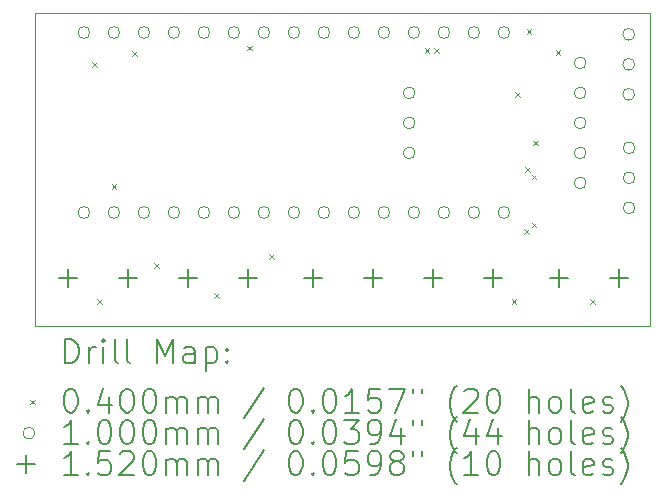
<source format=gbr>
%FSLAX45Y45*%
G04 Gerber Fmt 4.5, Leading zero omitted, Abs format (unit mm)*
G04 Created by KiCad (PCBNEW (6.0.0)) date 2022-10-01 22:30:49*
%MOMM*%
%LPD*%
G01*
G04 APERTURE LIST*
%TA.AperFunction,Profile*%
%ADD10C,0.100000*%
%TD*%
%ADD11C,0.200000*%
%ADD12C,0.040000*%
%ADD13C,0.100000*%
%ADD14C,0.152000*%
G04 APERTURE END LIST*
D10*
X11821335Y-7147730D02*
X17028335Y-7147730D01*
X17028335Y-7147730D02*
X17028335Y-4495970D01*
X17028335Y-4495970D02*
X11821335Y-4495970D01*
X11821335Y-4495970D02*
X11821335Y-7147730D01*
D11*
D12*
X12304255Y-4917930D02*
X12344255Y-4957930D01*
X12344255Y-4917930D02*
X12304255Y-4957930D01*
X12344895Y-6919450D02*
X12384895Y-6959450D01*
X12384895Y-6919450D02*
X12344895Y-6959450D01*
X12466815Y-5949170D02*
X12506815Y-5989170D01*
X12506815Y-5949170D02*
X12466815Y-5989170D01*
X12639535Y-4821410D02*
X12679535Y-4861410D01*
X12679535Y-4821410D02*
X12639535Y-4861410D01*
X12827495Y-6619730D02*
X12867495Y-6659730D01*
X12867495Y-6619730D02*
X12827495Y-6659730D01*
X13335495Y-6873730D02*
X13375495Y-6913730D01*
X13375495Y-6873730D02*
X13335495Y-6913730D01*
X13614895Y-4775690D02*
X13654895Y-4815690D01*
X13654895Y-4775690D02*
X13614895Y-4815690D01*
X13802855Y-6543530D02*
X13842855Y-6583530D01*
X13842855Y-6543530D02*
X13802855Y-6583530D01*
X15118575Y-4796010D02*
X15158575Y-4836010D01*
X15158575Y-4796010D02*
X15118575Y-4836010D01*
X15199855Y-4796010D02*
X15239855Y-4836010D01*
X15239855Y-4796010D02*
X15199855Y-4836010D01*
X15855175Y-6924530D02*
X15895175Y-6964530D01*
X15895175Y-6924530D02*
X15855175Y-6964530D01*
X15885655Y-5166850D02*
X15925655Y-5206850D01*
X15925655Y-5166850D02*
X15885655Y-5206850D01*
X15961855Y-6330170D02*
X16001855Y-6370170D01*
X16001855Y-6330170D02*
X15961855Y-6370170D01*
X15966935Y-5801850D02*
X16006935Y-5841850D01*
X16006935Y-5801850D02*
X15966935Y-5841850D01*
X15982175Y-4633450D02*
X16022175Y-4673450D01*
X16022175Y-4633450D02*
X15982175Y-4673450D01*
X16022815Y-5867890D02*
X16062815Y-5907890D01*
X16062815Y-5867890D02*
X16022815Y-5907890D01*
X16022815Y-6274290D02*
X16062815Y-6314290D01*
X16062815Y-6274290D02*
X16022815Y-6314290D01*
X16038055Y-5579740D02*
X16078055Y-5619740D01*
X16078055Y-5579740D02*
X16038055Y-5619740D01*
X16226015Y-4816330D02*
X16266015Y-4856330D01*
X16266015Y-4816330D02*
X16226015Y-4856330D01*
X16520655Y-6919450D02*
X16560655Y-6959450D01*
X16560655Y-6919450D02*
X16520655Y-6959450D01*
D13*
X12282815Y-4664610D02*
G75*
G03*
X12282815Y-4664610I-50000J0D01*
G01*
X12282815Y-6188610D02*
G75*
G03*
X12282815Y-6188610I-50000J0D01*
G01*
X12536815Y-4664610D02*
G75*
G03*
X12536815Y-4664610I-50000J0D01*
G01*
X12536815Y-6188610D02*
G75*
G03*
X12536815Y-6188610I-50000J0D01*
G01*
X12790815Y-4664610D02*
G75*
G03*
X12790815Y-4664610I-50000J0D01*
G01*
X12790815Y-6188610D02*
G75*
G03*
X12790815Y-6188610I-50000J0D01*
G01*
X13044815Y-4664610D02*
G75*
G03*
X13044815Y-4664610I-50000J0D01*
G01*
X13044815Y-6188610D02*
G75*
G03*
X13044815Y-6188610I-50000J0D01*
G01*
X13298815Y-4664610D02*
G75*
G03*
X13298815Y-4664610I-50000J0D01*
G01*
X13298815Y-6188610D02*
G75*
G03*
X13298815Y-6188610I-50000J0D01*
G01*
X13552815Y-4664610D02*
G75*
G03*
X13552815Y-4664610I-50000J0D01*
G01*
X13552815Y-6188610D02*
G75*
G03*
X13552815Y-6188610I-50000J0D01*
G01*
X13806815Y-4664610D02*
G75*
G03*
X13806815Y-4664610I-50000J0D01*
G01*
X13806815Y-6188610D02*
G75*
G03*
X13806815Y-6188610I-50000J0D01*
G01*
X14060815Y-4664610D02*
G75*
G03*
X14060815Y-4664610I-50000J0D01*
G01*
X14060815Y-6188610D02*
G75*
G03*
X14060815Y-6188610I-50000J0D01*
G01*
X14314815Y-4664610D02*
G75*
G03*
X14314815Y-4664610I-50000J0D01*
G01*
X14314815Y-6188610D02*
G75*
G03*
X14314815Y-6188610I-50000J0D01*
G01*
X14568815Y-4664610D02*
G75*
G03*
X14568815Y-4664610I-50000J0D01*
G01*
X14568815Y-6188610D02*
G75*
G03*
X14568815Y-6188610I-50000J0D01*
G01*
X14822815Y-4664610D02*
G75*
G03*
X14822815Y-4664610I-50000J0D01*
G01*
X14822815Y-6188610D02*
G75*
G03*
X14822815Y-6188610I-50000J0D01*
G01*
X15036175Y-5176690D02*
G75*
G03*
X15036175Y-5176690I-50000J0D01*
G01*
X15036175Y-5430690D02*
G75*
G03*
X15036175Y-5430690I-50000J0D01*
G01*
X15036175Y-5684690D02*
G75*
G03*
X15036175Y-5684690I-50000J0D01*
G01*
X15076815Y-4664610D02*
G75*
G03*
X15076815Y-4664610I-50000J0D01*
G01*
X15076815Y-6188610D02*
G75*
G03*
X15076815Y-6188610I-50000J0D01*
G01*
X15330815Y-4664610D02*
G75*
G03*
X15330815Y-4664610I-50000J0D01*
G01*
X15330815Y-6188610D02*
G75*
G03*
X15330815Y-6188610I-50000J0D01*
G01*
X15584815Y-4664610D02*
G75*
G03*
X15584815Y-4664610I-50000J0D01*
G01*
X15584815Y-6188610D02*
G75*
G03*
X15584815Y-6188610I-50000J0D01*
G01*
X15838815Y-4664610D02*
G75*
G03*
X15838815Y-4664610I-50000J0D01*
G01*
X15838815Y-6188610D02*
G75*
G03*
X15838815Y-6188610I-50000J0D01*
G01*
X16483975Y-4922690D02*
G75*
G03*
X16483975Y-4922690I-50000J0D01*
G01*
X16483975Y-5176690D02*
G75*
G03*
X16483975Y-5176690I-50000J0D01*
G01*
X16483975Y-5430690D02*
G75*
G03*
X16483975Y-5430690I-50000J0D01*
G01*
X16483975Y-5684690D02*
G75*
G03*
X16483975Y-5684690I-50000J0D01*
G01*
X16483975Y-5938690D02*
G75*
G03*
X16483975Y-5938690I-50000J0D01*
G01*
X16895455Y-4680350D02*
G75*
G03*
X16895455Y-4680350I-50000J0D01*
G01*
X16895455Y-4934350D02*
G75*
G03*
X16895455Y-4934350I-50000J0D01*
G01*
X16895455Y-5188350D02*
G75*
G03*
X16895455Y-5188350I-50000J0D01*
G01*
X16897955Y-5642550D02*
G75*
G03*
X16897955Y-5642550I-50000J0D01*
G01*
X16897955Y-5896550D02*
G75*
G03*
X16897955Y-5896550I-50000J0D01*
G01*
X16897955Y-6150550D02*
G75*
G03*
X16897955Y-6150550I-50000J0D01*
G01*
D14*
X12095655Y-6670410D02*
X12095655Y-6822410D01*
X12019655Y-6746410D02*
X12171655Y-6746410D01*
X12603655Y-6670410D02*
X12603655Y-6822410D01*
X12527655Y-6746410D02*
X12679655Y-6746410D01*
X13111655Y-6670410D02*
X13111655Y-6822410D01*
X13035655Y-6746410D02*
X13187655Y-6746410D01*
X13619655Y-6670410D02*
X13619655Y-6822410D01*
X13543655Y-6746410D02*
X13695655Y-6746410D01*
X14173375Y-6670410D02*
X14173375Y-6822410D01*
X14097375Y-6746410D02*
X14249375Y-6746410D01*
X14681375Y-6670410D02*
X14681375Y-6822410D01*
X14605375Y-6746410D02*
X14757375Y-6746410D01*
X15189375Y-6670410D02*
X15189375Y-6822410D01*
X15113375Y-6746410D02*
X15265375Y-6746410D01*
X15697375Y-6670410D02*
X15697375Y-6822410D01*
X15621375Y-6746410D02*
X15773375Y-6746410D01*
X16251095Y-6670410D02*
X16251095Y-6822410D01*
X16175095Y-6746410D02*
X16327095Y-6746410D01*
X16759095Y-6670410D02*
X16759095Y-6822410D01*
X16683095Y-6746410D02*
X16835095Y-6746410D01*
D11*
X12073954Y-7463206D02*
X12073954Y-7263206D01*
X12121573Y-7263206D01*
X12150145Y-7272730D01*
X12169192Y-7291778D01*
X12178716Y-7310826D01*
X12188240Y-7348921D01*
X12188240Y-7377492D01*
X12178716Y-7415587D01*
X12169192Y-7434635D01*
X12150145Y-7453683D01*
X12121573Y-7463206D01*
X12073954Y-7463206D01*
X12273954Y-7463206D02*
X12273954Y-7329873D01*
X12273954Y-7367968D02*
X12283478Y-7348921D01*
X12293002Y-7339397D01*
X12312050Y-7329873D01*
X12331097Y-7329873D01*
X12397764Y-7463206D02*
X12397764Y-7329873D01*
X12397764Y-7263206D02*
X12388240Y-7272730D01*
X12397764Y-7282254D01*
X12407288Y-7272730D01*
X12397764Y-7263206D01*
X12397764Y-7282254D01*
X12521573Y-7463206D02*
X12502526Y-7453683D01*
X12493002Y-7434635D01*
X12493002Y-7263206D01*
X12626335Y-7463206D02*
X12607288Y-7453683D01*
X12597764Y-7434635D01*
X12597764Y-7263206D01*
X12854907Y-7463206D02*
X12854907Y-7263206D01*
X12921573Y-7406064D01*
X12988240Y-7263206D01*
X12988240Y-7463206D01*
X13169192Y-7463206D02*
X13169192Y-7358445D01*
X13159669Y-7339397D01*
X13140621Y-7329873D01*
X13102526Y-7329873D01*
X13083478Y-7339397D01*
X13169192Y-7453683D02*
X13150145Y-7463206D01*
X13102526Y-7463206D01*
X13083478Y-7453683D01*
X13073954Y-7434635D01*
X13073954Y-7415587D01*
X13083478Y-7396540D01*
X13102526Y-7387016D01*
X13150145Y-7387016D01*
X13169192Y-7377492D01*
X13264431Y-7329873D02*
X13264431Y-7529873D01*
X13264431Y-7339397D02*
X13283478Y-7329873D01*
X13321573Y-7329873D01*
X13340621Y-7339397D01*
X13350145Y-7348921D01*
X13359669Y-7367968D01*
X13359669Y-7425111D01*
X13350145Y-7444159D01*
X13340621Y-7453683D01*
X13321573Y-7463206D01*
X13283478Y-7463206D01*
X13264431Y-7453683D01*
X13445383Y-7444159D02*
X13454907Y-7453683D01*
X13445383Y-7463206D01*
X13435859Y-7453683D01*
X13445383Y-7444159D01*
X13445383Y-7463206D01*
X13445383Y-7339397D02*
X13454907Y-7348921D01*
X13445383Y-7358445D01*
X13435859Y-7348921D01*
X13445383Y-7339397D01*
X13445383Y-7358445D01*
D12*
X11776335Y-7772730D02*
X11816335Y-7812730D01*
X11816335Y-7772730D02*
X11776335Y-7812730D01*
D11*
X12112050Y-7683206D02*
X12131097Y-7683206D01*
X12150145Y-7692730D01*
X12159669Y-7702254D01*
X12169192Y-7721302D01*
X12178716Y-7759397D01*
X12178716Y-7807016D01*
X12169192Y-7845111D01*
X12159669Y-7864159D01*
X12150145Y-7873683D01*
X12131097Y-7883206D01*
X12112050Y-7883206D01*
X12093002Y-7873683D01*
X12083478Y-7864159D01*
X12073954Y-7845111D01*
X12064431Y-7807016D01*
X12064431Y-7759397D01*
X12073954Y-7721302D01*
X12083478Y-7702254D01*
X12093002Y-7692730D01*
X12112050Y-7683206D01*
X12264431Y-7864159D02*
X12273954Y-7873683D01*
X12264431Y-7883206D01*
X12254907Y-7873683D01*
X12264431Y-7864159D01*
X12264431Y-7883206D01*
X12445383Y-7749873D02*
X12445383Y-7883206D01*
X12397764Y-7673683D02*
X12350145Y-7816540D01*
X12473954Y-7816540D01*
X12588240Y-7683206D02*
X12607288Y-7683206D01*
X12626335Y-7692730D01*
X12635859Y-7702254D01*
X12645383Y-7721302D01*
X12654907Y-7759397D01*
X12654907Y-7807016D01*
X12645383Y-7845111D01*
X12635859Y-7864159D01*
X12626335Y-7873683D01*
X12607288Y-7883206D01*
X12588240Y-7883206D01*
X12569192Y-7873683D01*
X12559669Y-7864159D01*
X12550145Y-7845111D01*
X12540621Y-7807016D01*
X12540621Y-7759397D01*
X12550145Y-7721302D01*
X12559669Y-7702254D01*
X12569192Y-7692730D01*
X12588240Y-7683206D01*
X12778716Y-7683206D02*
X12797764Y-7683206D01*
X12816811Y-7692730D01*
X12826335Y-7702254D01*
X12835859Y-7721302D01*
X12845383Y-7759397D01*
X12845383Y-7807016D01*
X12835859Y-7845111D01*
X12826335Y-7864159D01*
X12816811Y-7873683D01*
X12797764Y-7883206D01*
X12778716Y-7883206D01*
X12759669Y-7873683D01*
X12750145Y-7864159D01*
X12740621Y-7845111D01*
X12731097Y-7807016D01*
X12731097Y-7759397D01*
X12740621Y-7721302D01*
X12750145Y-7702254D01*
X12759669Y-7692730D01*
X12778716Y-7683206D01*
X12931097Y-7883206D02*
X12931097Y-7749873D01*
X12931097Y-7768921D02*
X12940621Y-7759397D01*
X12959669Y-7749873D01*
X12988240Y-7749873D01*
X13007288Y-7759397D01*
X13016811Y-7778445D01*
X13016811Y-7883206D01*
X13016811Y-7778445D02*
X13026335Y-7759397D01*
X13045383Y-7749873D01*
X13073954Y-7749873D01*
X13093002Y-7759397D01*
X13102526Y-7778445D01*
X13102526Y-7883206D01*
X13197764Y-7883206D02*
X13197764Y-7749873D01*
X13197764Y-7768921D02*
X13207288Y-7759397D01*
X13226335Y-7749873D01*
X13254907Y-7749873D01*
X13273954Y-7759397D01*
X13283478Y-7778445D01*
X13283478Y-7883206D01*
X13283478Y-7778445D02*
X13293002Y-7759397D01*
X13312050Y-7749873D01*
X13340621Y-7749873D01*
X13359669Y-7759397D01*
X13369192Y-7778445D01*
X13369192Y-7883206D01*
X13759669Y-7673683D02*
X13588240Y-7930826D01*
X14016811Y-7683206D02*
X14035859Y-7683206D01*
X14054907Y-7692730D01*
X14064431Y-7702254D01*
X14073954Y-7721302D01*
X14083478Y-7759397D01*
X14083478Y-7807016D01*
X14073954Y-7845111D01*
X14064431Y-7864159D01*
X14054907Y-7873683D01*
X14035859Y-7883206D01*
X14016811Y-7883206D01*
X13997764Y-7873683D01*
X13988240Y-7864159D01*
X13978716Y-7845111D01*
X13969192Y-7807016D01*
X13969192Y-7759397D01*
X13978716Y-7721302D01*
X13988240Y-7702254D01*
X13997764Y-7692730D01*
X14016811Y-7683206D01*
X14169192Y-7864159D02*
X14178716Y-7873683D01*
X14169192Y-7883206D01*
X14159669Y-7873683D01*
X14169192Y-7864159D01*
X14169192Y-7883206D01*
X14302526Y-7683206D02*
X14321573Y-7683206D01*
X14340621Y-7692730D01*
X14350145Y-7702254D01*
X14359669Y-7721302D01*
X14369192Y-7759397D01*
X14369192Y-7807016D01*
X14359669Y-7845111D01*
X14350145Y-7864159D01*
X14340621Y-7873683D01*
X14321573Y-7883206D01*
X14302526Y-7883206D01*
X14283478Y-7873683D01*
X14273954Y-7864159D01*
X14264431Y-7845111D01*
X14254907Y-7807016D01*
X14254907Y-7759397D01*
X14264431Y-7721302D01*
X14273954Y-7702254D01*
X14283478Y-7692730D01*
X14302526Y-7683206D01*
X14559669Y-7883206D02*
X14445383Y-7883206D01*
X14502526Y-7883206D02*
X14502526Y-7683206D01*
X14483478Y-7711778D01*
X14464431Y-7730826D01*
X14445383Y-7740349D01*
X14740621Y-7683206D02*
X14645383Y-7683206D01*
X14635859Y-7778445D01*
X14645383Y-7768921D01*
X14664431Y-7759397D01*
X14712050Y-7759397D01*
X14731097Y-7768921D01*
X14740621Y-7778445D01*
X14750145Y-7797492D01*
X14750145Y-7845111D01*
X14740621Y-7864159D01*
X14731097Y-7873683D01*
X14712050Y-7883206D01*
X14664431Y-7883206D01*
X14645383Y-7873683D01*
X14635859Y-7864159D01*
X14816811Y-7683206D02*
X14950145Y-7683206D01*
X14864431Y-7883206D01*
X15016811Y-7683206D02*
X15016811Y-7721302D01*
X15093002Y-7683206D02*
X15093002Y-7721302D01*
X15388240Y-7959397D02*
X15378716Y-7949873D01*
X15359669Y-7921302D01*
X15350145Y-7902254D01*
X15340621Y-7873683D01*
X15331097Y-7826064D01*
X15331097Y-7787968D01*
X15340621Y-7740349D01*
X15350145Y-7711778D01*
X15359669Y-7692730D01*
X15378716Y-7664159D01*
X15388240Y-7654635D01*
X15454907Y-7702254D02*
X15464431Y-7692730D01*
X15483478Y-7683206D01*
X15531097Y-7683206D01*
X15550145Y-7692730D01*
X15559669Y-7702254D01*
X15569192Y-7721302D01*
X15569192Y-7740349D01*
X15559669Y-7768921D01*
X15445383Y-7883206D01*
X15569192Y-7883206D01*
X15693002Y-7683206D02*
X15712050Y-7683206D01*
X15731097Y-7692730D01*
X15740621Y-7702254D01*
X15750145Y-7721302D01*
X15759669Y-7759397D01*
X15759669Y-7807016D01*
X15750145Y-7845111D01*
X15740621Y-7864159D01*
X15731097Y-7873683D01*
X15712050Y-7883206D01*
X15693002Y-7883206D01*
X15673954Y-7873683D01*
X15664431Y-7864159D01*
X15654907Y-7845111D01*
X15645383Y-7807016D01*
X15645383Y-7759397D01*
X15654907Y-7721302D01*
X15664431Y-7702254D01*
X15673954Y-7692730D01*
X15693002Y-7683206D01*
X15997764Y-7883206D02*
X15997764Y-7683206D01*
X16083478Y-7883206D02*
X16083478Y-7778445D01*
X16073954Y-7759397D01*
X16054907Y-7749873D01*
X16026335Y-7749873D01*
X16007288Y-7759397D01*
X15997764Y-7768921D01*
X16207288Y-7883206D02*
X16188240Y-7873683D01*
X16178716Y-7864159D01*
X16169192Y-7845111D01*
X16169192Y-7787968D01*
X16178716Y-7768921D01*
X16188240Y-7759397D01*
X16207288Y-7749873D01*
X16235859Y-7749873D01*
X16254907Y-7759397D01*
X16264431Y-7768921D01*
X16273954Y-7787968D01*
X16273954Y-7845111D01*
X16264431Y-7864159D01*
X16254907Y-7873683D01*
X16235859Y-7883206D01*
X16207288Y-7883206D01*
X16388240Y-7883206D02*
X16369192Y-7873683D01*
X16359669Y-7854635D01*
X16359669Y-7683206D01*
X16540621Y-7873683D02*
X16521573Y-7883206D01*
X16483478Y-7883206D01*
X16464431Y-7873683D01*
X16454907Y-7854635D01*
X16454907Y-7778445D01*
X16464431Y-7759397D01*
X16483478Y-7749873D01*
X16521573Y-7749873D01*
X16540621Y-7759397D01*
X16550145Y-7778445D01*
X16550145Y-7797492D01*
X16454907Y-7816540D01*
X16626335Y-7873683D02*
X16645383Y-7883206D01*
X16683478Y-7883206D01*
X16702526Y-7873683D01*
X16712050Y-7854635D01*
X16712050Y-7845111D01*
X16702526Y-7826064D01*
X16683478Y-7816540D01*
X16654907Y-7816540D01*
X16635859Y-7807016D01*
X16626335Y-7787968D01*
X16626335Y-7778445D01*
X16635859Y-7759397D01*
X16654907Y-7749873D01*
X16683478Y-7749873D01*
X16702526Y-7759397D01*
X16778716Y-7959397D02*
X16788240Y-7949873D01*
X16807288Y-7921302D01*
X16816812Y-7902254D01*
X16826335Y-7873683D01*
X16835859Y-7826064D01*
X16835859Y-7787968D01*
X16826335Y-7740349D01*
X16816812Y-7711778D01*
X16807288Y-7692730D01*
X16788240Y-7664159D01*
X16778716Y-7654635D01*
D13*
X11816335Y-8056730D02*
G75*
G03*
X11816335Y-8056730I-50000J0D01*
G01*
D11*
X12178716Y-8147206D02*
X12064431Y-8147206D01*
X12121573Y-8147206D02*
X12121573Y-7947206D01*
X12102526Y-7975778D01*
X12083478Y-7994826D01*
X12064431Y-8004349D01*
X12264431Y-8128159D02*
X12273954Y-8137683D01*
X12264431Y-8147206D01*
X12254907Y-8137683D01*
X12264431Y-8128159D01*
X12264431Y-8147206D01*
X12397764Y-7947206D02*
X12416811Y-7947206D01*
X12435859Y-7956730D01*
X12445383Y-7966254D01*
X12454907Y-7985302D01*
X12464431Y-8023397D01*
X12464431Y-8071016D01*
X12454907Y-8109111D01*
X12445383Y-8128159D01*
X12435859Y-8137683D01*
X12416811Y-8147206D01*
X12397764Y-8147206D01*
X12378716Y-8137683D01*
X12369192Y-8128159D01*
X12359669Y-8109111D01*
X12350145Y-8071016D01*
X12350145Y-8023397D01*
X12359669Y-7985302D01*
X12369192Y-7966254D01*
X12378716Y-7956730D01*
X12397764Y-7947206D01*
X12588240Y-7947206D02*
X12607288Y-7947206D01*
X12626335Y-7956730D01*
X12635859Y-7966254D01*
X12645383Y-7985302D01*
X12654907Y-8023397D01*
X12654907Y-8071016D01*
X12645383Y-8109111D01*
X12635859Y-8128159D01*
X12626335Y-8137683D01*
X12607288Y-8147206D01*
X12588240Y-8147206D01*
X12569192Y-8137683D01*
X12559669Y-8128159D01*
X12550145Y-8109111D01*
X12540621Y-8071016D01*
X12540621Y-8023397D01*
X12550145Y-7985302D01*
X12559669Y-7966254D01*
X12569192Y-7956730D01*
X12588240Y-7947206D01*
X12778716Y-7947206D02*
X12797764Y-7947206D01*
X12816811Y-7956730D01*
X12826335Y-7966254D01*
X12835859Y-7985302D01*
X12845383Y-8023397D01*
X12845383Y-8071016D01*
X12835859Y-8109111D01*
X12826335Y-8128159D01*
X12816811Y-8137683D01*
X12797764Y-8147206D01*
X12778716Y-8147206D01*
X12759669Y-8137683D01*
X12750145Y-8128159D01*
X12740621Y-8109111D01*
X12731097Y-8071016D01*
X12731097Y-8023397D01*
X12740621Y-7985302D01*
X12750145Y-7966254D01*
X12759669Y-7956730D01*
X12778716Y-7947206D01*
X12931097Y-8147206D02*
X12931097Y-8013873D01*
X12931097Y-8032921D02*
X12940621Y-8023397D01*
X12959669Y-8013873D01*
X12988240Y-8013873D01*
X13007288Y-8023397D01*
X13016811Y-8042445D01*
X13016811Y-8147206D01*
X13016811Y-8042445D02*
X13026335Y-8023397D01*
X13045383Y-8013873D01*
X13073954Y-8013873D01*
X13093002Y-8023397D01*
X13102526Y-8042445D01*
X13102526Y-8147206D01*
X13197764Y-8147206D02*
X13197764Y-8013873D01*
X13197764Y-8032921D02*
X13207288Y-8023397D01*
X13226335Y-8013873D01*
X13254907Y-8013873D01*
X13273954Y-8023397D01*
X13283478Y-8042445D01*
X13283478Y-8147206D01*
X13283478Y-8042445D02*
X13293002Y-8023397D01*
X13312050Y-8013873D01*
X13340621Y-8013873D01*
X13359669Y-8023397D01*
X13369192Y-8042445D01*
X13369192Y-8147206D01*
X13759669Y-7937683D02*
X13588240Y-8194826D01*
X14016811Y-7947206D02*
X14035859Y-7947206D01*
X14054907Y-7956730D01*
X14064431Y-7966254D01*
X14073954Y-7985302D01*
X14083478Y-8023397D01*
X14083478Y-8071016D01*
X14073954Y-8109111D01*
X14064431Y-8128159D01*
X14054907Y-8137683D01*
X14035859Y-8147206D01*
X14016811Y-8147206D01*
X13997764Y-8137683D01*
X13988240Y-8128159D01*
X13978716Y-8109111D01*
X13969192Y-8071016D01*
X13969192Y-8023397D01*
X13978716Y-7985302D01*
X13988240Y-7966254D01*
X13997764Y-7956730D01*
X14016811Y-7947206D01*
X14169192Y-8128159D02*
X14178716Y-8137683D01*
X14169192Y-8147206D01*
X14159669Y-8137683D01*
X14169192Y-8128159D01*
X14169192Y-8147206D01*
X14302526Y-7947206D02*
X14321573Y-7947206D01*
X14340621Y-7956730D01*
X14350145Y-7966254D01*
X14359669Y-7985302D01*
X14369192Y-8023397D01*
X14369192Y-8071016D01*
X14359669Y-8109111D01*
X14350145Y-8128159D01*
X14340621Y-8137683D01*
X14321573Y-8147206D01*
X14302526Y-8147206D01*
X14283478Y-8137683D01*
X14273954Y-8128159D01*
X14264431Y-8109111D01*
X14254907Y-8071016D01*
X14254907Y-8023397D01*
X14264431Y-7985302D01*
X14273954Y-7966254D01*
X14283478Y-7956730D01*
X14302526Y-7947206D01*
X14435859Y-7947206D02*
X14559669Y-7947206D01*
X14493002Y-8023397D01*
X14521573Y-8023397D01*
X14540621Y-8032921D01*
X14550145Y-8042445D01*
X14559669Y-8061492D01*
X14559669Y-8109111D01*
X14550145Y-8128159D01*
X14540621Y-8137683D01*
X14521573Y-8147206D01*
X14464431Y-8147206D01*
X14445383Y-8137683D01*
X14435859Y-8128159D01*
X14654907Y-8147206D02*
X14693002Y-8147206D01*
X14712050Y-8137683D01*
X14721573Y-8128159D01*
X14740621Y-8099587D01*
X14750145Y-8061492D01*
X14750145Y-7985302D01*
X14740621Y-7966254D01*
X14731097Y-7956730D01*
X14712050Y-7947206D01*
X14673954Y-7947206D01*
X14654907Y-7956730D01*
X14645383Y-7966254D01*
X14635859Y-7985302D01*
X14635859Y-8032921D01*
X14645383Y-8051968D01*
X14654907Y-8061492D01*
X14673954Y-8071016D01*
X14712050Y-8071016D01*
X14731097Y-8061492D01*
X14740621Y-8051968D01*
X14750145Y-8032921D01*
X14921573Y-8013873D02*
X14921573Y-8147206D01*
X14873954Y-7937683D02*
X14826335Y-8080540D01*
X14950145Y-8080540D01*
X15016811Y-7947206D02*
X15016811Y-7985302D01*
X15093002Y-7947206D02*
X15093002Y-7985302D01*
X15388240Y-8223397D02*
X15378716Y-8213873D01*
X15359669Y-8185302D01*
X15350145Y-8166254D01*
X15340621Y-8137683D01*
X15331097Y-8090064D01*
X15331097Y-8051968D01*
X15340621Y-8004349D01*
X15350145Y-7975778D01*
X15359669Y-7956730D01*
X15378716Y-7928159D01*
X15388240Y-7918635D01*
X15550145Y-8013873D02*
X15550145Y-8147206D01*
X15502526Y-7937683D02*
X15454907Y-8080540D01*
X15578716Y-8080540D01*
X15740621Y-8013873D02*
X15740621Y-8147206D01*
X15693002Y-7937683D02*
X15645383Y-8080540D01*
X15769192Y-8080540D01*
X15997764Y-8147206D02*
X15997764Y-7947206D01*
X16083478Y-8147206D02*
X16083478Y-8042445D01*
X16073954Y-8023397D01*
X16054907Y-8013873D01*
X16026335Y-8013873D01*
X16007288Y-8023397D01*
X15997764Y-8032921D01*
X16207288Y-8147206D02*
X16188240Y-8137683D01*
X16178716Y-8128159D01*
X16169192Y-8109111D01*
X16169192Y-8051968D01*
X16178716Y-8032921D01*
X16188240Y-8023397D01*
X16207288Y-8013873D01*
X16235859Y-8013873D01*
X16254907Y-8023397D01*
X16264431Y-8032921D01*
X16273954Y-8051968D01*
X16273954Y-8109111D01*
X16264431Y-8128159D01*
X16254907Y-8137683D01*
X16235859Y-8147206D01*
X16207288Y-8147206D01*
X16388240Y-8147206D02*
X16369192Y-8137683D01*
X16359669Y-8118635D01*
X16359669Y-7947206D01*
X16540621Y-8137683D02*
X16521573Y-8147206D01*
X16483478Y-8147206D01*
X16464431Y-8137683D01*
X16454907Y-8118635D01*
X16454907Y-8042445D01*
X16464431Y-8023397D01*
X16483478Y-8013873D01*
X16521573Y-8013873D01*
X16540621Y-8023397D01*
X16550145Y-8042445D01*
X16550145Y-8061492D01*
X16454907Y-8080540D01*
X16626335Y-8137683D02*
X16645383Y-8147206D01*
X16683478Y-8147206D01*
X16702526Y-8137683D01*
X16712050Y-8118635D01*
X16712050Y-8109111D01*
X16702526Y-8090064D01*
X16683478Y-8080540D01*
X16654907Y-8080540D01*
X16635859Y-8071016D01*
X16626335Y-8051968D01*
X16626335Y-8042445D01*
X16635859Y-8023397D01*
X16654907Y-8013873D01*
X16683478Y-8013873D01*
X16702526Y-8023397D01*
X16778716Y-8223397D02*
X16788240Y-8213873D01*
X16807288Y-8185302D01*
X16816812Y-8166254D01*
X16826335Y-8137683D01*
X16835859Y-8090064D01*
X16835859Y-8051968D01*
X16826335Y-8004349D01*
X16816812Y-7975778D01*
X16807288Y-7956730D01*
X16788240Y-7928159D01*
X16778716Y-7918635D01*
D14*
X11740335Y-8244730D02*
X11740335Y-8396730D01*
X11664335Y-8320730D02*
X11816335Y-8320730D01*
D11*
X12178716Y-8411207D02*
X12064431Y-8411207D01*
X12121573Y-8411207D02*
X12121573Y-8211206D01*
X12102526Y-8239778D01*
X12083478Y-8258826D01*
X12064431Y-8268349D01*
X12264431Y-8392159D02*
X12273954Y-8401683D01*
X12264431Y-8411207D01*
X12254907Y-8401683D01*
X12264431Y-8392159D01*
X12264431Y-8411207D01*
X12454907Y-8211206D02*
X12359669Y-8211206D01*
X12350145Y-8306445D01*
X12359669Y-8296921D01*
X12378716Y-8287397D01*
X12426335Y-8287397D01*
X12445383Y-8296921D01*
X12454907Y-8306445D01*
X12464431Y-8325492D01*
X12464431Y-8373111D01*
X12454907Y-8392159D01*
X12445383Y-8401683D01*
X12426335Y-8411207D01*
X12378716Y-8411207D01*
X12359669Y-8401683D01*
X12350145Y-8392159D01*
X12540621Y-8230254D02*
X12550145Y-8220730D01*
X12569192Y-8211206D01*
X12616811Y-8211206D01*
X12635859Y-8220730D01*
X12645383Y-8230254D01*
X12654907Y-8249302D01*
X12654907Y-8268349D01*
X12645383Y-8296921D01*
X12531097Y-8411207D01*
X12654907Y-8411207D01*
X12778716Y-8211206D02*
X12797764Y-8211206D01*
X12816811Y-8220730D01*
X12826335Y-8230254D01*
X12835859Y-8249302D01*
X12845383Y-8287397D01*
X12845383Y-8335016D01*
X12835859Y-8373111D01*
X12826335Y-8392159D01*
X12816811Y-8401683D01*
X12797764Y-8411207D01*
X12778716Y-8411207D01*
X12759669Y-8401683D01*
X12750145Y-8392159D01*
X12740621Y-8373111D01*
X12731097Y-8335016D01*
X12731097Y-8287397D01*
X12740621Y-8249302D01*
X12750145Y-8230254D01*
X12759669Y-8220730D01*
X12778716Y-8211206D01*
X12931097Y-8411207D02*
X12931097Y-8277873D01*
X12931097Y-8296921D02*
X12940621Y-8287397D01*
X12959669Y-8277873D01*
X12988240Y-8277873D01*
X13007288Y-8287397D01*
X13016811Y-8306445D01*
X13016811Y-8411207D01*
X13016811Y-8306445D02*
X13026335Y-8287397D01*
X13045383Y-8277873D01*
X13073954Y-8277873D01*
X13093002Y-8287397D01*
X13102526Y-8306445D01*
X13102526Y-8411207D01*
X13197764Y-8411207D02*
X13197764Y-8277873D01*
X13197764Y-8296921D02*
X13207288Y-8287397D01*
X13226335Y-8277873D01*
X13254907Y-8277873D01*
X13273954Y-8287397D01*
X13283478Y-8306445D01*
X13283478Y-8411207D01*
X13283478Y-8306445D02*
X13293002Y-8287397D01*
X13312050Y-8277873D01*
X13340621Y-8277873D01*
X13359669Y-8287397D01*
X13369192Y-8306445D01*
X13369192Y-8411207D01*
X13759669Y-8201683D02*
X13588240Y-8458826D01*
X14016811Y-8211206D02*
X14035859Y-8211206D01*
X14054907Y-8220730D01*
X14064431Y-8230254D01*
X14073954Y-8249302D01*
X14083478Y-8287397D01*
X14083478Y-8335016D01*
X14073954Y-8373111D01*
X14064431Y-8392159D01*
X14054907Y-8401683D01*
X14035859Y-8411207D01*
X14016811Y-8411207D01*
X13997764Y-8401683D01*
X13988240Y-8392159D01*
X13978716Y-8373111D01*
X13969192Y-8335016D01*
X13969192Y-8287397D01*
X13978716Y-8249302D01*
X13988240Y-8230254D01*
X13997764Y-8220730D01*
X14016811Y-8211206D01*
X14169192Y-8392159D02*
X14178716Y-8401683D01*
X14169192Y-8411207D01*
X14159669Y-8401683D01*
X14169192Y-8392159D01*
X14169192Y-8411207D01*
X14302526Y-8211206D02*
X14321573Y-8211206D01*
X14340621Y-8220730D01*
X14350145Y-8230254D01*
X14359669Y-8249302D01*
X14369192Y-8287397D01*
X14369192Y-8335016D01*
X14359669Y-8373111D01*
X14350145Y-8392159D01*
X14340621Y-8401683D01*
X14321573Y-8411207D01*
X14302526Y-8411207D01*
X14283478Y-8401683D01*
X14273954Y-8392159D01*
X14264431Y-8373111D01*
X14254907Y-8335016D01*
X14254907Y-8287397D01*
X14264431Y-8249302D01*
X14273954Y-8230254D01*
X14283478Y-8220730D01*
X14302526Y-8211206D01*
X14550145Y-8211206D02*
X14454907Y-8211206D01*
X14445383Y-8306445D01*
X14454907Y-8296921D01*
X14473954Y-8287397D01*
X14521573Y-8287397D01*
X14540621Y-8296921D01*
X14550145Y-8306445D01*
X14559669Y-8325492D01*
X14559669Y-8373111D01*
X14550145Y-8392159D01*
X14540621Y-8401683D01*
X14521573Y-8411207D01*
X14473954Y-8411207D01*
X14454907Y-8401683D01*
X14445383Y-8392159D01*
X14654907Y-8411207D02*
X14693002Y-8411207D01*
X14712050Y-8401683D01*
X14721573Y-8392159D01*
X14740621Y-8363587D01*
X14750145Y-8325492D01*
X14750145Y-8249302D01*
X14740621Y-8230254D01*
X14731097Y-8220730D01*
X14712050Y-8211206D01*
X14673954Y-8211206D01*
X14654907Y-8220730D01*
X14645383Y-8230254D01*
X14635859Y-8249302D01*
X14635859Y-8296921D01*
X14645383Y-8315968D01*
X14654907Y-8325492D01*
X14673954Y-8335016D01*
X14712050Y-8335016D01*
X14731097Y-8325492D01*
X14740621Y-8315968D01*
X14750145Y-8296921D01*
X14864431Y-8296921D02*
X14845383Y-8287397D01*
X14835859Y-8277873D01*
X14826335Y-8258826D01*
X14826335Y-8249302D01*
X14835859Y-8230254D01*
X14845383Y-8220730D01*
X14864431Y-8211206D01*
X14902526Y-8211206D01*
X14921573Y-8220730D01*
X14931097Y-8230254D01*
X14940621Y-8249302D01*
X14940621Y-8258826D01*
X14931097Y-8277873D01*
X14921573Y-8287397D01*
X14902526Y-8296921D01*
X14864431Y-8296921D01*
X14845383Y-8306445D01*
X14835859Y-8315968D01*
X14826335Y-8335016D01*
X14826335Y-8373111D01*
X14835859Y-8392159D01*
X14845383Y-8401683D01*
X14864431Y-8411207D01*
X14902526Y-8411207D01*
X14921573Y-8401683D01*
X14931097Y-8392159D01*
X14940621Y-8373111D01*
X14940621Y-8335016D01*
X14931097Y-8315968D01*
X14921573Y-8306445D01*
X14902526Y-8296921D01*
X15016811Y-8211206D02*
X15016811Y-8249302D01*
X15093002Y-8211206D02*
X15093002Y-8249302D01*
X15388240Y-8487397D02*
X15378716Y-8477873D01*
X15359669Y-8449302D01*
X15350145Y-8430254D01*
X15340621Y-8401683D01*
X15331097Y-8354064D01*
X15331097Y-8315968D01*
X15340621Y-8268349D01*
X15350145Y-8239778D01*
X15359669Y-8220730D01*
X15378716Y-8192159D01*
X15388240Y-8182635D01*
X15569192Y-8411207D02*
X15454907Y-8411207D01*
X15512050Y-8411207D02*
X15512050Y-8211206D01*
X15493002Y-8239778D01*
X15473954Y-8258826D01*
X15454907Y-8268349D01*
X15693002Y-8211206D02*
X15712050Y-8211206D01*
X15731097Y-8220730D01*
X15740621Y-8230254D01*
X15750145Y-8249302D01*
X15759669Y-8287397D01*
X15759669Y-8335016D01*
X15750145Y-8373111D01*
X15740621Y-8392159D01*
X15731097Y-8401683D01*
X15712050Y-8411207D01*
X15693002Y-8411207D01*
X15673954Y-8401683D01*
X15664431Y-8392159D01*
X15654907Y-8373111D01*
X15645383Y-8335016D01*
X15645383Y-8287397D01*
X15654907Y-8249302D01*
X15664431Y-8230254D01*
X15673954Y-8220730D01*
X15693002Y-8211206D01*
X15997764Y-8411207D02*
X15997764Y-8211206D01*
X16083478Y-8411207D02*
X16083478Y-8306445D01*
X16073954Y-8287397D01*
X16054907Y-8277873D01*
X16026335Y-8277873D01*
X16007288Y-8287397D01*
X15997764Y-8296921D01*
X16207288Y-8411207D02*
X16188240Y-8401683D01*
X16178716Y-8392159D01*
X16169192Y-8373111D01*
X16169192Y-8315968D01*
X16178716Y-8296921D01*
X16188240Y-8287397D01*
X16207288Y-8277873D01*
X16235859Y-8277873D01*
X16254907Y-8287397D01*
X16264431Y-8296921D01*
X16273954Y-8315968D01*
X16273954Y-8373111D01*
X16264431Y-8392159D01*
X16254907Y-8401683D01*
X16235859Y-8411207D01*
X16207288Y-8411207D01*
X16388240Y-8411207D02*
X16369192Y-8401683D01*
X16359669Y-8382635D01*
X16359669Y-8211206D01*
X16540621Y-8401683D02*
X16521573Y-8411207D01*
X16483478Y-8411207D01*
X16464431Y-8401683D01*
X16454907Y-8382635D01*
X16454907Y-8306445D01*
X16464431Y-8287397D01*
X16483478Y-8277873D01*
X16521573Y-8277873D01*
X16540621Y-8287397D01*
X16550145Y-8306445D01*
X16550145Y-8325492D01*
X16454907Y-8344540D01*
X16626335Y-8401683D02*
X16645383Y-8411207D01*
X16683478Y-8411207D01*
X16702526Y-8401683D01*
X16712050Y-8382635D01*
X16712050Y-8373111D01*
X16702526Y-8354064D01*
X16683478Y-8344540D01*
X16654907Y-8344540D01*
X16635859Y-8335016D01*
X16626335Y-8315968D01*
X16626335Y-8306445D01*
X16635859Y-8287397D01*
X16654907Y-8277873D01*
X16683478Y-8277873D01*
X16702526Y-8287397D01*
X16778716Y-8487397D02*
X16788240Y-8477873D01*
X16807288Y-8449302D01*
X16816812Y-8430254D01*
X16826335Y-8401683D01*
X16835859Y-8354064D01*
X16835859Y-8315968D01*
X16826335Y-8268349D01*
X16816812Y-8239778D01*
X16807288Y-8220730D01*
X16788240Y-8192159D01*
X16778716Y-8182635D01*
M02*

</source>
